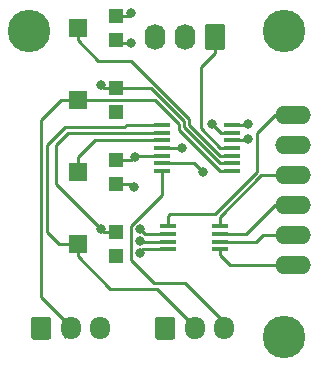
<source format=gbr>
G04 #@! TF.GenerationSoftware,KiCad,Pcbnew,(5.0.2)-1*
G04 #@! TF.CreationDate,2019-03-31T11:29:19+03:00*
G04 #@! TF.ProjectId,galvo-schematic,67616c76-6f2d-4736-9368-656d61746963,rev?*
G04 #@! TF.SameCoordinates,Original*
G04 #@! TF.FileFunction,Copper,L1,Top*
G04 #@! TF.FilePolarity,Positive*
%FSLAX46Y46*%
G04 Gerber Fmt 4.6, Leading zero omitted, Abs format (unit mm)*
G04 Created by KiCad (PCBNEW (5.0.2)-1) date 31.03.2019 11:29:19*
%MOMM*%
%LPD*%
G01*
G04 APERTURE LIST*
G04 #@! TA.AperFunction,SMDPad,CuDef*
%ADD10R,1.200000X1.200000*%
G04 #@! TD*
G04 #@! TA.AperFunction,SMDPad,CuDef*
%ADD11R,1.500000X1.600000*%
G04 #@! TD*
G04 #@! TA.AperFunction,Conductor*
%ADD12C,0.100000*%
G04 #@! TD*
G04 #@! TA.AperFunction,ComponentPad*
%ADD13C,1.740000*%
G04 #@! TD*
G04 #@! TA.AperFunction,ComponentPad*
%ADD14O,1.740000X2.200000*%
G04 #@! TD*
G04 #@! TA.AperFunction,ComponentPad*
%ADD15C,1.700000*%
G04 #@! TD*
G04 #@! TA.AperFunction,ComponentPad*
%ADD16O,1.700000X1.950000*%
G04 #@! TD*
G04 #@! TA.AperFunction,ComponentPad*
%ADD17C,3.600000*%
G04 #@! TD*
G04 #@! TA.AperFunction,ComponentPad*
%ADD18O,3.048000X1.524000*%
G04 #@! TD*
G04 #@! TA.AperFunction,SMDPad,CuDef*
%ADD19R,1.450000X0.450000*%
G04 #@! TD*
G04 #@! TA.AperFunction,ViaPad*
%ADD20C,0.800000*%
G04 #@! TD*
G04 #@! TA.AperFunction,Conductor*
%ADD21C,0.250000*%
G04 #@! TD*
G04 APERTURE END LIST*
D10*
G04 #@! TO.P,X-GAIN1,A*
G04 #@! TO.N,Net-(X-GAIN1-PadA)*
X131848000Y-103870000D03*
D11*
G04 #@! TO.P,X-GAIN1,S*
G04 #@! TO.N,/ILDAX+15V*
X128598000Y-102870000D03*
D10*
G04 #@! TO.P,X-GAIN1,E*
G04 #@! TO.N,Net-(R5-Pad2)*
X131848000Y-101870000D03*
G04 #@! TD*
G04 #@! TO.P,Y-GAIN1,A*
G04 #@! TO.N,Net-(Y-GAIN1-PadA)*
X131848000Y-91678000D03*
D11*
G04 #@! TO.P,Y-GAIN1,S*
G04 #@! TO.N,/ILDAY+15V*
X128598000Y-90678000D03*
D10*
G04 #@! TO.P,Y-GAIN1,E*
G04 #@! TO.N,Net-(R1-Pad2)*
X131848000Y-89678000D03*
G04 #@! TD*
G04 #@! TO.P,X-OFFS1,A*
G04 #@! TO.N,Net-(R6-Pad2)*
X131848000Y-97774000D03*
D11*
G04 #@! TO.P,X-OFFS1,S*
G04 #@! TO.N,Net-(U1-Pad3)*
X128598000Y-96774000D03*
D10*
G04 #@! TO.P,X-OFFS1,E*
G04 #@! TO.N,GND*
X131848000Y-95774000D03*
G04 #@! TD*
G04 #@! TO.P,Y-OFFS1,A*
G04 #@! TO.N,Net-(R2-Pad2)*
X131848000Y-85582000D03*
D11*
G04 #@! TO.P,Y-OFFS1,S*
G04 #@! TO.N,Net-(U1-Pad10)*
X128598000Y-84582000D03*
D10*
G04 #@! TO.P,Y-OFFS1,E*
G04 #@! TO.N,GND*
X131848000Y-83582000D03*
G04 #@! TD*
D12*
G04 #@! TO.N,/-V15*
G04 #@! TO.C,J1*
G36*
X140852505Y-84245204D02*
X140876773Y-84248804D01*
X140900572Y-84254765D01*
X140923671Y-84263030D01*
X140945850Y-84273520D01*
X140966893Y-84286132D01*
X140986599Y-84300747D01*
X141004777Y-84317223D01*
X141021253Y-84335401D01*
X141035868Y-84355107D01*
X141048480Y-84376150D01*
X141058970Y-84398329D01*
X141067235Y-84421428D01*
X141073196Y-84445227D01*
X141076796Y-84469495D01*
X141078000Y-84493999D01*
X141078000Y-86194001D01*
X141076796Y-86218505D01*
X141073196Y-86242773D01*
X141067235Y-86266572D01*
X141058970Y-86289671D01*
X141048480Y-86311850D01*
X141035868Y-86332893D01*
X141021253Y-86352599D01*
X141004777Y-86370777D01*
X140986599Y-86387253D01*
X140966893Y-86401868D01*
X140945850Y-86414480D01*
X140923671Y-86424970D01*
X140900572Y-86433235D01*
X140876773Y-86439196D01*
X140852505Y-86442796D01*
X140828001Y-86444000D01*
X139587999Y-86444000D01*
X139563495Y-86442796D01*
X139539227Y-86439196D01*
X139515428Y-86433235D01*
X139492329Y-86424970D01*
X139470150Y-86414480D01*
X139449107Y-86401868D01*
X139429401Y-86387253D01*
X139411223Y-86370777D01*
X139394747Y-86352599D01*
X139380132Y-86332893D01*
X139367520Y-86311850D01*
X139357030Y-86289671D01*
X139348765Y-86266572D01*
X139342804Y-86242773D01*
X139339204Y-86218505D01*
X139338000Y-86194001D01*
X139338000Y-84493999D01*
X139339204Y-84469495D01*
X139342804Y-84445227D01*
X139348765Y-84421428D01*
X139357030Y-84398329D01*
X139367520Y-84376150D01*
X139380132Y-84355107D01*
X139394747Y-84335401D01*
X139411223Y-84317223D01*
X139429401Y-84300747D01*
X139449107Y-84286132D01*
X139470150Y-84273520D01*
X139492329Y-84263030D01*
X139515428Y-84254765D01*
X139539227Y-84248804D01*
X139563495Y-84245204D01*
X139587999Y-84244000D01*
X140828001Y-84244000D01*
X140852505Y-84245204D01*
X140852505Y-84245204D01*
G37*
D13*
G04 #@! TD*
G04 #@! TO.P,J1,1*
G04 #@! TO.N,/-V15*
X140208000Y-85344000D03*
D14*
G04 #@! TO.P,J1,2*
G04 #@! TO.N,GND*
X137668000Y-85344000D03*
G04 #@! TO.P,J1,3*
G04 #@! TO.N,/+V15*
X135128000Y-85344000D03*
G04 #@! TD*
D12*
G04 #@! TO.N,GND*
G04 #@! TO.C,X2*
G36*
X136624504Y-109026204D02*
X136648773Y-109029804D01*
X136672571Y-109035765D01*
X136695671Y-109044030D01*
X136717849Y-109054520D01*
X136738893Y-109067133D01*
X136758598Y-109081747D01*
X136776777Y-109098223D01*
X136793253Y-109116402D01*
X136807867Y-109136107D01*
X136820480Y-109157151D01*
X136830970Y-109179329D01*
X136839235Y-109202429D01*
X136845196Y-109226227D01*
X136848796Y-109250496D01*
X136850000Y-109275000D01*
X136850000Y-110725000D01*
X136848796Y-110749504D01*
X136845196Y-110773773D01*
X136839235Y-110797571D01*
X136830970Y-110820671D01*
X136820480Y-110842849D01*
X136807867Y-110863893D01*
X136793253Y-110883598D01*
X136776777Y-110901777D01*
X136758598Y-110918253D01*
X136738893Y-110932867D01*
X136717849Y-110945480D01*
X136695671Y-110955970D01*
X136672571Y-110964235D01*
X136648773Y-110970196D01*
X136624504Y-110973796D01*
X136600000Y-110975000D01*
X135400000Y-110975000D01*
X135375496Y-110973796D01*
X135351227Y-110970196D01*
X135327429Y-110964235D01*
X135304329Y-110955970D01*
X135282151Y-110945480D01*
X135261107Y-110932867D01*
X135241402Y-110918253D01*
X135223223Y-110901777D01*
X135206747Y-110883598D01*
X135192133Y-110863893D01*
X135179520Y-110842849D01*
X135169030Y-110820671D01*
X135160765Y-110797571D01*
X135154804Y-110773773D01*
X135151204Y-110749504D01*
X135150000Y-110725000D01*
X135150000Y-109275000D01*
X135151204Y-109250496D01*
X135154804Y-109226227D01*
X135160765Y-109202429D01*
X135169030Y-109179329D01*
X135179520Y-109157151D01*
X135192133Y-109136107D01*
X135206747Y-109116402D01*
X135223223Y-109098223D01*
X135241402Y-109081747D01*
X135261107Y-109067133D01*
X135282151Y-109054520D01*
X135304329Y-109044030D01*
X135327429Y-109035765D01*
X135351227Y-109029804D01*
X135375496Y-109026204D01*
X135400000Y-109025000D01*
X136600000Y-109025000D01*
X136624504Y-109026204D01*
X136624504Y-109026204D01*
G37*
D15*
G04 #@! TD*
G04 #@! TO.P,X2,1*
G04 #@! TO.N,GND*
X136000000Y-110000000D03*
D16*
G04 #@! TO.P,X2,2*
G04 #@! TO.N,/ILDAX+15V*
X138500000Y-110000000D03*
G04 #@! TO.P,X2,3*
G04 #@! TO.N,/ILDAX-15V*
X141000000Y-110000000D03*
G04 #@! TD*
G04 #@! TO.P,X3,3*
G04 #@! TO.N,/ILDAY-15V*
X130500000Y-110000000D03*
G04 #@! TO.P,X3,2*
G04 #@! TO.N,/ILDAY+15V*
X128000000Y-110000000D03*
D12*
G04 #@! TD*
G04 #@! TO.N,GND*
G04 #@! TO.C,X3*
G36*
X126124504Y-109026204D02*
X126148773Y-109029804D01*
X126172571Y-109035765D01*
X126195671Y-109044030D01*
X126217849Y-109054520D01*
X126238893Y-109067133D01*
X126258598Y-109081747D01*
X126276777Y-109098223D01*
X126293253Y-109116402D01*
X126307867Y-109136107D01*
X126320480Y-109157151D01*
X126330970Y-109179329D01*
X126339235Y-109202429D01*
X126345196Y-109226227D01*
X126348796Y-109250496D01*
X126350000Y-109275000D01*
X126350000Y-110725000D01*
X126348796Y-110749504D01*
X126345196Y-110773773D01*
X126339235Y-110797571D01*
X126330970Y-110820671D01*
X126320480Y-110842849D01*
X126307867Y-110863893D01*
X126293253Y-110883598D01*
X126276777Y-110901777D01*
X126258598Y-110918253D01*
X126238893Y-110932867D01*
X126217849Y-110945480D01*
X126195671Y-110955970D01*
X126172571Y-110964235D01*
X126148773Y-110970196D01*
X126124504Y-110973796D01*
X126100000Y-110975000D01*
X124900000Y-110975000D01*
X124875496Y-110973796D01*
X124851227Y-110970196D01*
X124827429Y-110964235D01*
X124804329Y-110955970D01*
X124782151Y-110945480D01*
X124761107Y-110932867D01*
X124741402Y-110918253D01*
X124723223Y-110901777D01*
X124706747Y-110883598D01*
X124692133Y-110863893D01*
X124679520Y-110842849D01*
X124669030Y-110820671D01*
X124660765Y-110797571D01*
X124654804Y-110773773D01*
X124651204Y-110749504D01*
X124650000Y-110725000D01*
X124650000Y-109275000D01*
X124651204Y-109250496D01*
X124654804Y-109226227D01*
X124660765Y-109202429D01*
X124669030Y-109179329D01*
X124679520Y-109157151D01*
X124692133Y-109136107D01*
X124706747Y-109116402D01*
X124723223Y-109098223D01*
X124741402Y-109081747D01*
X124761107Y-109067133D01*
X124782151Y-109054520D01*
X124804329Y-109044030D01*
X124827429Y-109035765D01*
X124851227Y-109029804D01*
X124875496Y-109026204D01*
X124900000Y-109025000D01*
X126100000Y-109025000D01*
X126124504Y-109026204D01*
X126124504Y-109026204D01*
G37*
D15*
G04 #@! TO.P,X3,1*
G04 #@! TO.N,GND*
X125500000Y-110000000D03*
G04 #@! TD*
D17*
G04 #@! TO.P,REF\002A\002A,*
G04 #@! TO.N,*
X124460000Y-84836000D03*
G04 #@! TD*
G04 #@! TO.P,REF\002A\002A,*
G04 #@! TO.N,*
X146050000Y-110744000D03*
G04 #@! TD*
D18*
G04 #@! TO.P,SV4,6*
G04 #@! TO.N,+5V*
X146812000Y-104648000D03*
G04 #@! TO.P,SV4,5*
G04 #@! TO.N,/CS*
X146812000Y-102108000D03*
G04 #@! TO.P,SV4,4*
G04 #@! TO.N,/SCK*
X146812000Y-99568000D03*
G04 #@! TO.P,SV4,3*
G04 #@! TO.N,/SDI*
X146812000Y-97028000D03*
G04 #@! TO.P,SV4,2*
G04 #@! TO.N,GND*
X146812000Y-94488000D03*
G04 #@! TO.P,SV4,1*
G04 #@! TO.N,/LATCH*
X146812000Y-91948000D03*
G04 #@! TD*
D17*
G04 #@! TO.P,REF\002A\002A,*
G04 #@! TO.N,*
X146050000Y-84836000D03*
G04 #@! TD*
D19*
G04 #@! TO.P,U2,1*
G04 #@! TO.N,+5V*
X140630000Y-103337000D03*
G04 #@! TO.P,U2,2*
G04 #@! TO.N,/CS*
X140630000Y-102687000D03*
G04 #@! TO.P,U2,3*
G04 #@! TO.N,/SCK*
X140630000Y-102037000D03*
G04 #@! TO.P,U2,4*
G04 #@! TO.N,/SDI*
X140630000Y-101387000D03*
G04 #@! TO.P,U2,5*
G04 #@! TO.N,/LATCH*
X136230000Y-101387000D03*
G04 #@! TO.P,U2,6*
G04 #@! TO.N,Net-(R1-Pad1)*
X136230000Y-102037000D03*
G04 #@! TO.P,U2,7*
G04 #@! TO.N,GND*
X136230000Y-102687000D03*
G04 #@! TO.P,U2,8*
G04 #@! TO.N,Net-(R5-Pad1)*
X136230000Y-103337000D03*
G04 #@! TD*
G04 #@! TO.P,U1,1*
G04 #@! TO.N,/ILDAX+15V*
X135734000Y-92792000D03*
G04 #@! TO.P,U1,2*
G04 #@! TO.N,Net-(R5-Pad2)*
X135734000Y-93442000D03*
G04 #@! TO.P,U1,3*
G04 #@! TO.N,Net-(U1-Pad3)*
X135734000Y-94092000D03*
G04 #@! TO.P,U1,4*
G04 #@! TO.N,/+V15*
X135734000Y-94742000D03*
G04 #@! TO.P,U1,5*
G04 #@! TO.N,GND*
X135734000Y-95392000D03*
G04 #@! TO.P,U1,6*
G04 #@! TO.N,Net-(R11-Pad1)*
X135734000Y-96042000D03*
G04 #@! TO.P,U1,7*
G04 #@! TO.N,/ILDAX-15V*
X135734000Y-96692000D03*
G04 #@! TO.P,U1,8*
G04 #@! TO.N,/ILDAY+15V*
X141634000Y-96692000D03*
G04 #@! TO.P,U1,9*
G04 #@! TO.N,Net-(R1-Pad2)*
X141634000Y-96042000D03*
G04 #@! TO.P,U1,10*
G04 #@! TO.N,Net-(U1-Pad10)*
X141634000Y-95392000D03*
G04 #@! TO.P,U1,11*
G04 #@! TO.N,/-V15*
X141634000Y-94742000D03*
G04 #@! TO.P,U1,12*
G04 #@! TO.N,GND*
X141634000Y-94092000D03*
G04 #@! TO.P,U1,13*
G04 #@! TO.N,Net-(R12-Pad1)*
X141634000Y-93442000D03*
G04 #@! TO.P,U1,14*
G04 #@! TO.N,/ILDAY-15V*
X141634000Y-92792000D03*
G04 #@! TD*
D20*
G04 #@! TO.N,GND*
X143002000Y-93980000D03*
X133858000Y-102616000D03*
X133462000Y-95503999D03*
X133096000Y-83312000D03*
G04 #@! TO.N,Net-(R2-Pad2)*
X133096000Y-85852000D03*
G04 #@! TO.N,/+V15*
X137414000Y-94742000D03*
G04 #@! TO.N,/ILDAY-15V*
X143002000Y-92710000D03*
G04 #@! TO.N,Net-(R6-Pad2)*
X133350000Y-98044000D03*
G04 #@! TO.N,Net-(R1-Pad2)*
X130556000Y-89408000D03*
G04 #@! TO.N,Net-(R12-Pad1)*
X140000000Y-92750000D03*
G04 #@! TO.N,Net-(R5-Pad2)*
X130556000Y-101600000D03*
G04 #@! TO.N,Net-(R11-Pad1)*
X139192000Y-96774000D03*
G04 #@! TO.N,Net-(R1-Pad1)*
X133862653Y-101604653D03*
G04 #@! TO.N,Net-(R5-Pad1)*
X133858000Y-103616003D03*
G04 #@! TD*
D21*
G04 #@! TO.N,GND*
X133462000Y-95392000D02*
X133350000Y-95504000D01*
X141634000Y-94092000D02*
X142890000Y-94092000D01*
X142890000Y-94092000D02*
X143002000Y-93980000D01*
X136230000Y-102687000D02*
X133929000Y-102687000D01*
X133929000Y-102687000D02*
X133858000Y-102616000D01*
X133080000Y-95774000D02*
X133350000Y-95504000D01*
X131848000Y-95774000D02*
X133080000Y-95774000D01*
X133573999Y-95392000D02*
X133462000Y-95503999D01*
X135734000Y-95392000D02*
X133573999Y-95392000D01*
X133462000Y-95503999D02*
X133462000Y-95392000D01*
X132826000Y-83582000D02*
X133096000Y-83312000D01*
X131848000Y-83582000D02*
X132826000Y-83582000D01*
X133032500Y-83375500D02*
X133096000Y-83312000D01*
G04 #@! TO.N,+5V*
X140630000Y-103812000D02*
X140630000Y-103337000D01*
X141466000Y-104648000D02*
X140630000Y-103812000D01*
X146050000Y-104648000D02*
X141466000Y-104648000D01*
G04 #@! TO.N,/LATCH*
X140208000Y-100330000D02*
X143764000Y-96774000D01*
X145288000Y-91948000D02*
X146050000Y-91948000D01*
X143764000Y-93472000D02*
X145288000Y-91948000D01*
X143764000Y-96774000D02*
X143764000Y-93472000D01*
X138938000Y-100330000D02*
X136398000Y-100330000D01*
X138938000Y-100330000D02*
X140208000Y-100330000D01*
X137320000Y-100330000D02*
X138938000Y-100330000D01*
X136230000Y-100498000D02*
X136230000Y-101387000D01*
X136398000Y-100330000D02*
X136230000Y-100498000D01*
G04 #@! TO.N,/SDI*
X146050000Y-97028000D02*
X144146410Y-97028000D01*
X140630000Y-100544410D02*
X140630000Y-101387000D01*
X144146410Y-97028000D02*
X140630000Y-100544410D01*
G04 #@! TO.N,/SCK*
X141605000Y-102037000D02*
X140630000Y-102037000D01*
X142819000Y-102037000D02*
X141605000Y-102037000D01*
X145288000Y-99568000D02*
X142819000Y-102037000D01*
X146050000Y-99568000D02*
X145288000Y-99568000D01*
G04 #@! TO.N,/CS*
X141605000Y-102687000D02*
X140630000Y-102687000D01*
X143697000Y-102687000D02*
X141605000Y-102687000D01*
X144276000Y-102108000D02*
X143697000Y-102687000D01*
X146050000Y-102108000D02*
X144276000Y-102108000D01*
G04 #@! TO.N,Net-(R2-Pad2)*
X132016500Y-85852000D02*
X131953000Y-85788500D01*
X133096000Y-85852000D02*
X132016500Y-85852000D01*
G04 #@! TO.N,/+V15*
X137414000Y-94742000D02*
X135734000Y-94742000D01*
G04 #@! TO.N,/ILDAY+15V*
X127206500Y-90678000D02*
X125476000Y-92408500D01*
X128206500Y-90678000D02*
X127206500Y-90678000D01*
X127548000Y-110619000D02*
X127548000Y-110744000D01*
X140659000Y-96692000D02*
X141634000Y-96692000D01*
X137160000Y-93193000D02*
X140659000Y-96692000D01*
X137160000Y-92682998D02*
X137160000Y-93193000D01*
X135155002Y-90678000D02*
X137160000Y-92682998D01*
X128206500Y-90678000D02*
X135155002Y-90678000D01*
X128000000Y-109875000D02*
X128000000Y-110000000D01*
X125476000Y-107351000D02*
X128000000Y-109875000D01*
X125476000Y-99500000D02*
X125476000Y-107351000D01*
X125476000Y-92408500D02*
X125476000Y-99500000D01*
G04 #@! TO.N,/ILDAY-15V*
X142920000Y-92792000D02*
X143002000Y-92710000D01*
X141634000Y-92792000D02*
X142920000Y-92792000D01*
G04 #@! TO.N,/-V15*
X140659000Y-94742000D02*
X141634000Y-94742000D01*
X139000000Y-93083000D02*
X140659000Y-94742000D01*
X139000000Y-87902000D02*
X139000000Y-93083000D01*
X140208000Y-86694000D02*
X139000000Y-87902000D01*
X140208000Y-85344000D02*
X140208000Y-86694000D01*
G04 #@! TO.N,Net-(R6-Pad2)*
X133080000Y-97774000D02*
X133350000Y-98044000D01*
X131848000Y-97774000D02*
X133080000Y-97774000D01*
G04 #@! TO.N,/ILDAX+15V*
X138216000Y-110619000D02*
X138216000Y-110744000D01*
X132530512Y-92991990D02*
X127480010Y-92991990D01*
X135734000Y-92792000D02*
X132730502Y-92792000D01*
X132730502Y-92792000D02*
X132530512Y-92991990D01*
X127480010Y-92991990D02*
X125984000Y-94488000D01*
X125984000Y-94488000D02*
X125984000Y-101854000D01*
X127000000Y-102870000D02*
X128206500Y-102870000D01*
X125984000Y-101854000D02*
X127000000Y-102870000D01*
X131358000Y-106680000D02*
X131572000Y-106680000D01*
X128598000Y-103920000D02*
X131358000Y-106680000D01*
X128598000Y-102870000D02*
X128598000Y-103920000D01*
X138500000Y-109875000D02*
X138500000Y-110000000D01*
X135305000Y-106680000D02*
X138500000Y-109875000D01*
X132000000Y-106680000D02*
X135305000Y-106680000D01*
X131572000Y-106680000D02*
X132000000Y-106680000D01*
G04 #@! TO.N,/ILDAX-15V*
X140716000Y-109220000D02*
X140716000Y-110744000D01*
X135734000Y-96692000D02*
X135734000Y-98708000D01*
X135734000Y-98708000D02*
X133096000Y-101346000D01*
X133096000Y-101346000D02*
X133096000Y-104197002D01*
X133096000Y-104197002D02*
X135070998Y-106172000D01*
X135070998Y-106172000D02*
X137668000Y-106172000D01*
X137668000Y-106172000D02*
X140716000Y-109220000D01*
G04 #@! TO.N,Net-(R1-Pad2)*
X130826000Y-89678000D02*
X130556000Y-89408000D01*
X131848000Y-89678000D02*
X130826000Y-89678000D01*
X140659000Y-96042000D02*
X141634000Y-96042000D01*
X137610010Y-92993010D02*
X140659000Y-96042000D01*
X137610010Y-92496598D02*
X137610010Y-92993010D01*
X134791412Y-89678000D02*
X137610010Y-92496598D01*
X131848000Y-89678000D02*
X134791412Y-89678000D01*
G04 #@! TO.N,Net-(R12-Pad1)*
X140692000Y-93442000D02*
X141634000Y-93442000D01*
X140000000Y-92750000D02*
X140692000Y-93442000D01*
G04 #@! TO.N,Net-(R5-Pad2)*
X126746000Y-97790000D02*
X130556000Y-101600000D01*
X126746000Y-94488000D02*
X126746000Y-97790000D01*
X135734000Y-93442000D02*
X127792000Y-93442000D01*
X127792000Y-93442000D02*
X126746000Y-94488000D01*
X130826000Y-101870000D02*
X130556000Y-101600000D01*
X131848000Y-101870000D02*
X130826000Y-101870000D01*
G04 #@! TO.N,Net-(R11-Pad1)*
X135734000Y-96042000D02*
X138460000Y-96042000D01*
X138460000Y-96042000D02*
X139192000Y-96774000D01*
G04 #@! TO.N,Net-(U1-Pad3)*
X134759000Y-94092000D02*
X135734000Y-94092000D01*
X128598000Y-95542000D02*
X130048000Y-94092000D01*
X128598000Y-96774000D02*
X128598000Y-95542000D01*
X130048000Y-94092000D02*
X134759000Y-94092000D01*
G04 #@! TO.N,Net-(U1-Pad10)*
X140659000Y-95392000D02*
X141634000Y-95392000D01*
X133125822Y-87376000D02*
X138060020Y-92310198D01*
X138060020Y-92310198D02*
X138060020Y-92793020D01*
X138060020Y-92793020D02*
X140659000Y-95392000D01*
X130342000Y-87376000D02*
X130810000Y-87376000D01*
X128598000Y-85632000D02*
X130342000Y-87376000D01*
X128598000Y-84582000D02*
X128598000Y-85632000D01*
X130810000Y-87376000D02*
X133125822Y-87376000D01*
G04 #@! TO.N,Net-(R1-Pad1)*
X134295000Y-102037000D02*
X133862653Y-101604653D01*
X136230000Y-102037000D02*
X134295000Y-102037000D01*
G04 #@! TO.N,Net-(R5-Pad1)*
X136230000Y-103337000D02*
X134137003Y-103337000D01*
X134137003Y-103337000D02*
X133858000Y-103616003D01*
G04 #@! TD*
M02*

</source>
